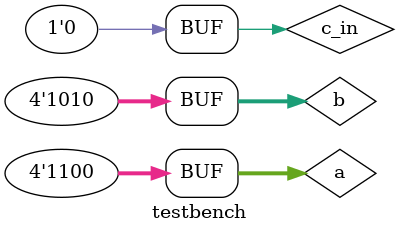
<source format=v>
`timescale 1ns / 1ps

module testbench;
reg [3:0]a,b;
reg c_in;
wire [3:0]sum;
wire c_out;
fullAdd4 dut(sum, c_out, a, b, c_in);
initial
begin
$monitor($time, "A=%b B=%b C_IN=%b C_OUT=%b SUM=%b\n",a,b,c_in,c_out,sum);
end
initial
begin
a = 4'b0000; b = 4'b0000; c_in = 1'b0;
#5 a = 4'b0101; b = 4'b0001;
#5 a = 4'b0000; b = 4'b0010;
#5 a = 4'b0011; b = 4'b0110;
#5 a = 4'b1100; b = 4'b1010;
end
endmodule

</source>
